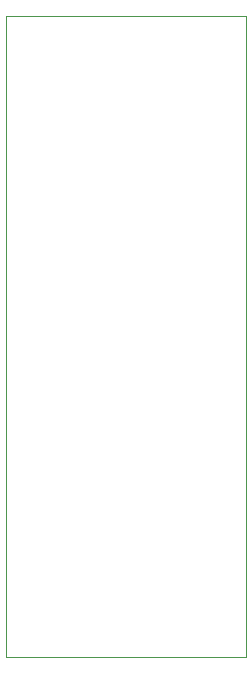
<source format=gbr>
%TF.GenerationSoftware,Altium Limited,Altium Designer,24.8.2 (39)*%
G04 Layer_Color=0*
%FSLAX45Y45*%
%MOMM*%
%TF.SameCoordinates,E8BDA5DE-7BDE-4699-8ED0-D138E9546F0F*%
%TF.FilePolarity,Positive*%
%TF.FileFunction,Profile,NP*%
%TF.Part,Single*%
G01*
G75*
%TA.AperFunction,Profile*%
%ADD65C,0.02540*%
D65*
X1612900Y3213100D02*
Y8636000D01*
X3644900D01*
Y3213100D01*
X1612900D01*
%TF.MD5,7fdeb65aad9136d9b5f3ce54896d0b44*%
M02*

</source>
